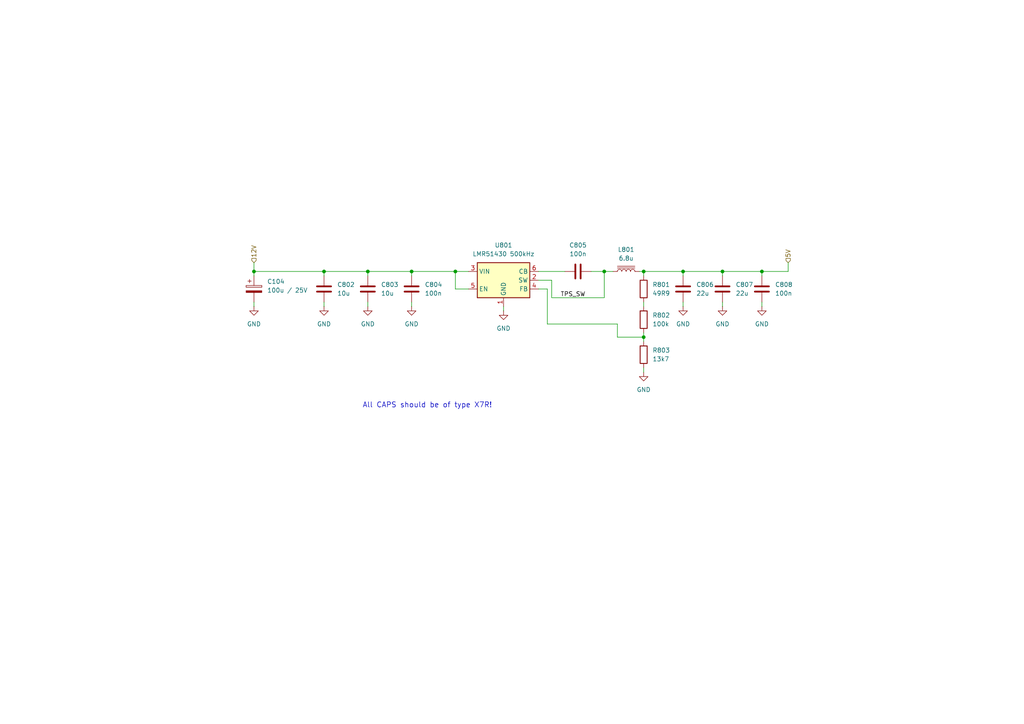
<source format=kicad_sch>
(kicad_sch (version 20250114) (generator "eeschema") (generator_version "9.0")
  (paper "A4")
  (title_block (title "5V HF") (rev "<<HASH>>") (company "Amateurfunkclub für Remote Stationen"))
  (lib_symbols
    (symbol "Device:C" (pin_numbers (hide yes)) (pin_names (offset 0.254))
      (property "Reference" "C" (at 0.635 2.54 0))
      (property "Value" "C" (at 0.635 -2.54 0))
      (symbol "C_0_1"
        (polyline (pts (xy -2.032 0.762) (xy 2.032 0.762)) (stroke (width 0.508)))
        (polyline (pts (xy -2.032 -0.762) (xy 2.032 -0.762)) (stroke (width 0.508)))
      )
      (symbol "C_1_1"
        (pin passive line (at 0 3.81 270) (length 2.794) (name "~") (number "1"))
        (pin passive line (at 0 -3.81 90) (length 2.794) (name "~") (number "2"))
      )
    )
    (symbol "Device:C_Polarized" (pin_numbers (hide yes)) (pin_names (offset 0.254))
      (property "Reference" "C" (at 0.635 2.54 0))
      (property "Value" "C_Polarized" (at 0.635 -2.54 0))
      (symbol "C_Polarized_0_1"
        (rectangle (start -2.286 0.508) (end 2.286 1.016))
        (polyline (pts (xy -1.778 2.286) (xy -0.762 2.286)))
        (polyline (pts (xy -1.27 2.794) (xy -1.27 1.778)))
        (rectangle (start 2.286 -0.508) (end -2.286 -1.016) (fill (type outline)))
      )
      (symbol "C_Polarized_1_1"
        (pin passive line (at 0 3.81 270) (length 2.794) (name "~") (number "1"))
        (pin passive line (at 0 -3.81 90) (length 2.794) (name "~") (number "2"))
      )
    )
    (symbol "Device:L_Iron" (pin_numbers (hide yes)) (pin_names (offset 1.016) (hide yes))
      (property "Reference" "L" (at -1.27 0 90))
      (property "Value" "L_Iron" (at 2.794 0 90))
      (symbol "L_Iron_0_1"
        (arc (start 0 2.54) (mid 0.6323 1.905) (end 0 1.27))
        (arc (start 0 1.27) (mid 0.6323 0.635) (end 0 0))
        (arc (start 0 0) (mid 0.6323 -0.635) (end 0 -1.27))
        (arc (start 0 -1.27) (mid 0.6323 -1.905) (end 0 -2.54))
        (polyline (pts (xy 1.016 2.54) (xy 1.016 -2.54)))
        (polyline (pts (xy 1.524 -2.54) (xy 1.524 2.54)))
      )
      (symbol "L_Iron_1_1"
        (pin passive line (at 0 3.81 270) (length 1.27) (name "1") (number "1"))
        (pin passive line (at 0 -3.81 90) (length 1.27) (name "2") (number "2"))
      )
    )
    (symbol "Device:R" (pin_numbers (hide yes)) (pin_names (offset 0))
      (property "Reference" "R" (at 2.032 0 90))
      (property "Value" "R" (at 0 0 90))
      (symbol "R_0_1"
        (rectangle (start -1.016 -2.54) (end 1.016 2.54) (stroke (width 0.254)))
      )
      (symbol "R_1_1"
        (pin passive line (at 0 3.81 270) (length 1.27) (name "~") (number "1"))
        (pin passive line (at 0 -3.81 90) (length 1.27) (name "~") (number "2"))
      )
    )
    (symbol "Regulator_Switching:LMR51430"
      (property "Reference" "U" (at -7.62 6.35 0))
      (property "Value" "LMR51430" (at 0 6.35 0))
      (symbol "LMR51430_0_1"
        (rectangle (start -7.62 5.08) (end 7.62 -5.08) (stroke (width 0.254)) (fill (type background)))
      )
      (symbol "LMR51430_1_1"
        (pin power_in line (at -10.16 2.54 0) (length 2.54) (name "VIN") (number "3"))
        (pin input line (at -10.16 -2.54 0) (length 2.54) (name "EN") (number "5"))
        (pin power_in line (at 0 -7.62 90) (length 2.54) (name "GND") (number "1"))
        (pin passive line (at 10.16 2.54 180) (length 2.54) (name "CB") (number "6"))
        (pin power_out line (at 10.16 0 180) (length 2.54) (name "SW") (number "2"))
        (pin input line (at 10.16 -2.54 180) (length 2.54) (name "FB") (number "4"))
      )
    )
    (symbol "power:GND" (power) (pin_numbers (hide yes)) (pin_names (offset 0) (hide yes))
      (property "Value" "GND" (at 0 -3.81 0))
      (symbol "GND_0_1"
        (polyline (pts (xy 0 0) (xy 0 -1.27) (xy 1.27 -1.27) (xy 0 -2.54) (xy -1.27 -1.27) (xy 0 -1.27)))
      )
      (symbol "GND_1_1"
        (pin power_in line (at 0 0 270) (length 0) (name "~") (number "1"))
      )
    )
  )
  (text "All CAPS should be of type X7R!" (at 123.952 117.602 0) (effects (font (size 1.5 1.5))))
  (junction (at 198.12 78.74))
  (junction (at 220.98 78.74))
  (junction (at 93.98 78.74))
  (junction (at 209.55 78.74))
  (junction (at 119.38 78.74))
  (junction (at 186.69 97.79))
  (junction (at 186.69 78.74))
  (junction (at 132.08 78.74))
  (junction (at 175.26 78.74))
  (junction (at 106.68 78.74))
  (junction (at 73.66 78.74))
  (wire (pts (xy 209.55 78.74) (xy 220.98 78.74)))
  (wire (pts (xy 179.07 97.79) (xy 186.69 97.79)))
  (wire (pts (xy 160.02 86.36) (xy 175.26 86.36)))
  (wire (pts (xy 73.66 76.2) (xy 73.66 78.74)))
  (wire (pts (xy 132.08 78.74) (xy 135.89 78.74)))
  (wire (pts (xy 209.55 78.74) (xy 209.55 80.01)))
  (wire (pts (xy 175.26 78.74) (xy 177.8 78.74)))
  (wire (pts (xy 158.75 93.98) (xy 179.07 93.98)))
  (wire (pts (xy 186.69 106.68) (xy 186.69 107.95)))
  (wire (pts (xy 186.69 96.52) (xy 186.69 97.79)))
  (wire (pts (xy 73.66 87.63) (xy 73.66 88.9)))
  (wire (pts (xy 175.26 78.74) (xy 171.45 78.74)))
  (wire (pts (xy 73.66 78.74) (xy 93.98 78.74)))
  (wire (pts (xy 73.66 78.74) (xy 73.66 80.01)))
  (wire (pts (xy 93.98 78.74) (xy 93.98 80.01)))
  (wire (pts (xy 186.69 87.63) (xy 186.69 88.9)))
  (wire (pts (xy 156.21 83.82) (xy 158.75 83.82)))
  (wire (pts (xy 209.55 87.63) (xy 209.55 88.9)))
  (wire (pts (xy 135.89 83.82) (xy 132.08 83.82)))
  (wire (pts (xy 119.38 78.74) (xy 132.08 78.74)))
  (wire (pts (xy 156.21 78.74) (xy 163.83 78.74)))
  (wire (pts (xy 93.98 78.74) (xy 106.68 78.74)))
  (wire (pts (xy 119.38 78.74) (xy 119.38 80.01)))
  (wire (pts (xy 198.12 87.63) (xy 198.12 88.9)))
  (wire (pts (xy 156.21 81.28) (xy 160.02 81.28)))
  (wire (pts (xy 160.02 86.36) (xy 160.02 81.28)))
  (wire (pts (xy 186.69 78.74) (xy 186.69 80.01)))
  (wire (pts (xy 146.05 88.9) (xy 146.05 90.17)))
  (wire (pts (xy 220.98 87.63) (xy 220.98 88.9)))
  (wire (pts (xy 158.75 83.82) (xy 158.75 93.98)))
  (wire (pts (xy 220.98 78.74) (xy 220.98 80.01)))
  (wire (pts (xy 132.08 83.82) (xy 132.08 78.74)))
  (wire (pts (xy 186.69 78.74) (xy 198.12 78.74)))
  (wire (pts (xy 106.68 78.74) (xy 106.68 80.01)))
  (wire (pts (xy 93.98 87.63) (xy 93.98 88.9)))
  (wire (pts (xy 106.68 78.74) (xy 119.38 78.74)))
  (wire (pts (xy 220.98 78.74) (xy 228.6 78.74)))
  (wire (pts (xy 198.12 78.74) (xy 209.55 78.74)))
  (wire (pts (xy 228.6 76.2) (xy 228.6 78.74)))
  (wire (pts (xy 179.07 93.98) (xy 179.07 97.79)))
  (wire (pts (xy 106.68 87.63) (xy 106.68 88.9)))
  (wire (pts (xy 175.26 86.36) (xy 175.26 78.74)))
  (wire (pts (xy 198.12 78.74) (xy 198.12 80.01)))
  (wire (pts (xy 186.69 97.79) (xy 186.69 99.06)))
  (wire (pts (xy 185.42 78.74) (xy 186.69 78.74)))
  (wire (pts (xy 119.38 87.63) (xy 119.38 88.9)))
  (label "TPS_SW" (at 162.56 86.36 0))
  (hierarchical_label "5V" (shape input) (at 228.6 76.2 90))
  (hierarchical_label "12V" (shape input) (at 73.66 76.2 90))
  (symbol (lib_id "Device:L_Iron") (at 181.61 78.74 90) (unit 1)
    (property "Reference" "L801" (at 181.61 72.39 90))
    (property "Value" "6.8u" (at 181.61 74.93 90))
    (property "Footprint" "PRJ:WE-XHMI_6060" (effects (hide yes)))
    (property "Description" "Inductor with iron core" (effects (hide yes)))
    (property "MOUSER" "710-74439346068" (effects (hide yes)))
  )
  (symbol (lib_id "Regulator_Switching:LMR51430") (at 146.05 81.28 0) (unit 1)
    (property "Reference" "U801" (at 146.05 71.12 0))
    (property "Value" "LMR51430 500kHz" (at 146.05 73.66 0))
    (property "Footprint" "Package_TO_SOT_SMD:SOT-23-6" (effects (hide yes)))
    (property "Datasheet" "https://www.ti.com/lit/ds/symlink/lmr51430.pdf" (effects (hide yes)))
    (property "Description" "4.5-V to 36-V, 3-A synchronous buck converter with 40-µA IQ, SOT-23-6" (effects (hide yes)))
    (property "MOUSER" "595-LMR51430XDDCR" (effects (hide yes)))
  )
  (symbol (lib_id "Device:C") (at 167.64 78.74 90) (unit 1)
    (property "Reference" "C805" (at 167.64 71.12 90))
    (property "Value" "100n" (at 167.64 73.66 90))
    (property "Footprint" "Capacitor_SMD:C_0805_2012Metric" (effects (hide yes)))
    (property "Description" "Unpolarized capacitor" (effects (hide yes)))
    (property "LCSC" "C28233" (effects (hide yes)))
  )
  (symbol (lib_id "Device:C") (at 220.98 83.82 180) (unit 1)
    (property "Reference" "C808" (at 224.79 82.5499 0) (effects (justify right)))
    (property "Value" "100n" (at 224.79 85.0899 0) (effects (justify right)))
    (property "Footprint" "Capacitor_SMD:C_0805_2012Metric" (effects (hide yes)))
    (property "Description" "Unpolarized capacitor" (effects (hide yes)))
    (property "LCSC" "C28233" (effects (hide yes)))
  )
  (symbol (lib_id "power:GND") (at 93.98 88.9 0) (unit 1)
    (property "Reference" "#PWR0802" (effects (hide yes)))
    (property "Value" "GND" (at 93.98 93.98 0))
    (property "Description" "Power symbol creates a global label with name \"GND\" , ground" (effects (hide yes)))
  )
  (symbol (lib_id "power:GND") (at 73.66 88.9 0) (unit 1)
    (property "Reference" "#PWR0801" (effects (hide yes)))
    (property "Value" "GND" (at 73.66 93.98 0))
    (property "Description" "Power symbol creates a global label with name \"GND\" , ground" (effects (hide yes)))
  )
  (symbol (lib_id "power:GND") (at 209.55 88.9 0) (unit 1)
    (property "Reference" "#PWR0808" (effects (hide yes)))
    (property "Value" "GND" (at 209.55 93.98 0))
    (property "Description" "Power symbol creates a global label with name \"GND\" , ground" (effects (hide yes)))
  )
  (symbol (lib_id "Device:C") (at 209.55 83.82 180) (unit 1)
    (property "Reference" "C807" (at 213.36 82.5499 0) (effects (justify right)))
    (property "Value" "22u" (at 213.36 85.0899 0) (effects (justify right)))
    (property "Footprint" "Capacitor_SMD:C_1206_3216Metric" (effects (hide yes)))
    (property "Description" "Unpolarized capacitor" (effects (hide yes)))
    (property "LCSC" "C12891" (effects (hide yes)))
  )
  (symbol (lib_id "Device:R") (at 186.69 83.82 0) (unit 1)
    (property "Reference" "R801" (at 189.23 82.5499 0) (effects (justify left)))
    (property "Value" "49R9" (at 189.23 85.0899 0) (effects (justify left)))
    (property "Footprint" "Resistor_SMD:R_0805_2012Metric" (effects (hide yes)))
    (property "Description" "Resistor" (effects (hide yes)))
    (property "MOUSER" "667-ERA-6AED49R9V" (effects (hide yes)))
  )
  (symbol (lib_id "Device:C") (at 119.38 83.82 0) (unit 1)
    (property "Reference" "C804" (at 123.19 82.5499 0) (effects (justify left)))
    (property "Value" "100n" (at 123.19 85.0899 0) (effects (justify left)))
    (property "Footprint" "Capacitor_SMD:C_0805_2012Metric" (effects (hide yes)))
    (property "Description" "Unpolarized capacitor" (effects (hide yes)))
    (property "LCSC" "C28233" (effects (hide yes)))
  )
  (symbol (lib_id "Device:C") (at 198.12 83.82 180) (unit 1)
    (property "Reference" "C806" (at 201.93 82.5499 0) (effects (justify right)))
    (property "Value" "22u" (at 201.93 85.0899 0) (effects (justify right)))
    (property "Footprint" "Capacitor_SMD:C_1206_3216Metric" (effects (hide yes)))
    (property "Description" "Unpolarized capacitor" (effects (hide yes)))
    (property "LCSC" "C12891" (effects (hide yes)))
  )
  (symbol (lib_id "Device:C") (at 106.68 83.82 0) (unit 1)
    (property "Reference" "C803" (at 110.49 82.5499 0) (effects (justify left)))
    (property "Value" "10u" (at 110.49 85.0899 0) (effects (justify left)))
    (property "Footprint" "Capacitor_SMD:C_1206_3216Metric" (effects (hide yes)))
    (property "Description" "Unpolarized capacitor" (effects (hide yes)))
    (property "LCSC" "C13585" (effects (hide yes)))
  )
  (symbol (lib_id "power:GND") (at 220.98 88.9 0) (unit 1)
    (property "Reference" "#PWR0809" (effects (hide yes)))
    (property "Value" "GND" (at 220.98 93.98 0))
    (property "Description" "Power symbol creates a global label with name \"GND\" , ground" (effects (hide yes)))
  )
  (symbol (lib_id "Device:C") (at 93.98 83.82 0) (unit 1)
    (property "Reference" "C802" (at 97.79 82.5499 0) (effects (justify left)))
    (property "Value" "10u" (at 97.79 85.0899 0) (effects (justify left)))
    (property "Footprint" "Capacitor_SMD:C_1206_3216Metric" (effects (hide yes)))
    (property "Description" "Unpolarized capacitor" (effects (hide yes)))
    (property "LCSC" "C13585" (effects (hide yes)))
  )
  (symbol (lib_id "power:GND") (at 106.68 88.9 0) (unit 1)
    (property "Reference" "#PWR0803" (effects (hide yes)))
    (property "Value" "GND" (at 106.68 93.98 0))
    (property "Description" "Power symbol creates a global label with name \"GND\" , ground" (effects (hide yes)))
  )
  (symbol (lib_id "power:GND") (at 119.38 88.9 0) (unit 1)
    (property "Reference" "#PWR0804" (effects (hide yes)))
    (property "Value" "GND" (at 119.38 93.98 0))
    (property "Description" "Power symbol creates a global label with name \"GND\" , ground" (effects (hide yes)))
  )
  (symbol (lib_id "Device:C_Polarized") (at 73.66 83.82 0) (unit 1)
    (property "Reference" "C104" (at 77.47 81.6609 0) (effects (justify left)))
    (property "Value" "100u / 25V" (at 77.47 84.2009 0) (effects (justify left)))
    (property "Footprint" "Capacitor_Tantalum_SMD:CP_EIA-7343-43_Kemet-X" (effects (hide yes)))
    (property "Description" "Polarized capacitor" (effects (hide yes)))
    (property "LCSC" "C132558" (effects (hide yes)))
  )
  (symbol (lib_id "Device:R") (at 186.69 102.87 0) (unit 1)
    (property "Reference" "R803" (at 189.23 101.5999 0) (effects (justify left)))
    (property "Value" "13k7" (at 189.23 104.1399 0) (effects (justify left)))
    (property "Footprint" "Resistor_SMD:R_0805_2012Metric" (effects (hide yes)))
    (property "Description" "Resistor" (effects (hide yes)))
    (property "MOUSER" "652-CR0805FX-1372ELF" (effects (hide yes)))
  )
  (symbol (lib_id "power:GND") (at 186.69 107.95 0) (unit 1)
    (property "Reference" "#PWR0806" (effects (hide yes)))
    (property "Value" "GND" (at 186.69 113.03 0))
    (property "Description" "Power symbol creates a global label with name \"GND\" , ground" (effects (hide yes)))
  )
  (symbol (lib_id "Device:R") (at 186.69 92.71 0) (unit 1)
    (property "Reference" "R802" (at 189.23 91.4399 0) (effects (justify left)))
    (property "Value" "100k" (at 189.23 93.9799 0) (effects (justify left)))
    (property "Footprint" "Resistor_SMD:R_0805_2012Metric" (effects (hide yes)))
    (property "Description" "Resistor" (effects (hide yes)))
    (property "MOUSER" "603-RC0805JR-07100KL" (effects (hide yes)))
  )
  (symbol (lib_id "power:GND") (at 198.12 88.9 0) (unit 1)
    (property "Reference" "#PWR0807" (effects (hide yes)))
    (property "Value" "GND" (at 198.12 93.98 0))
    (property "Description" "Power symbol creates a global label with name \"GND\" , ground" (effects (hide yes)))
  )
  (symbol (lib_id "power:GND") (at 146.05 90.17 0) (unit 1)
    (property "Reference" "#PWR0805" (effects (hide yes)))
    (property "Value" "GND" (at 146.05 95.25 0))
    (property "Description" "Power symbol creates a global label with name \"GND\" , ground" (effects (hide yes)))
  )
)
</source>
